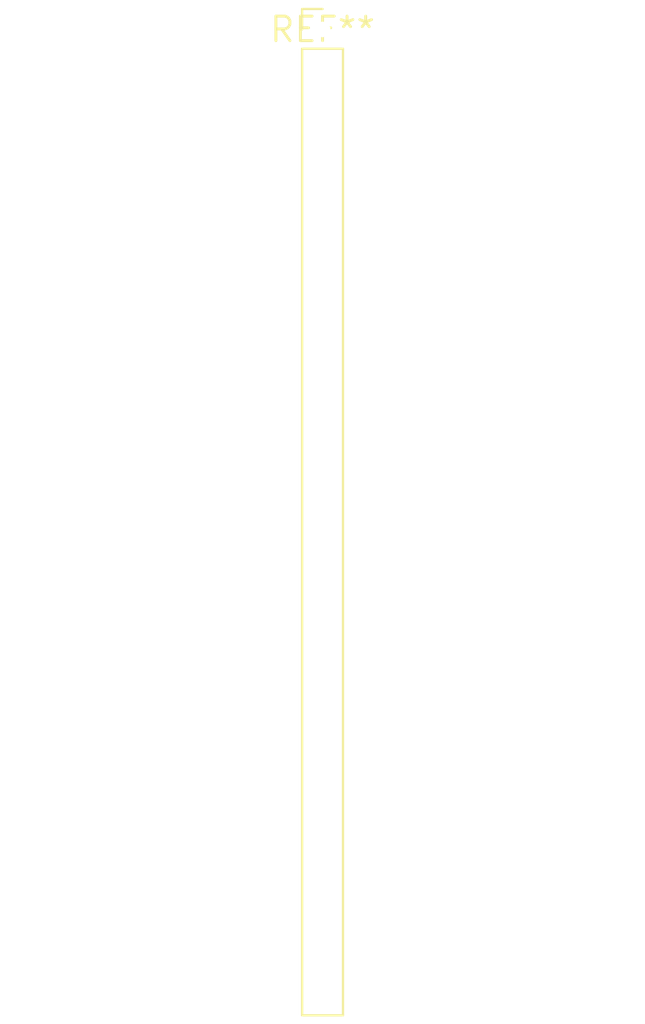
<source format=kicad_pcb>
(kicad_pcb (version 20240108) (generator pcbnew)
  (layers (0 "F.Cu" signal) (31 "B.Cu" signal) (34 "B.Paste" user) (35 "F.Paste" user) (36 "B.SilkS" user "B.Silkscreen") (37 "F.SilkS" user "F.Silkscreen") (38 "B.Mask" user) (39 "F.Mask" user) (44 "Edge.Cuts" user))
  (net 0 "")
  (footprint "PinHeader_1x26_P2.00mm_Vertical" (layer "F.Cu") (at 0 0)
    (property "Reference" "REF**")
    (property "Value" "PinHeader_1x26_P2.00mm_Vertical")
    (fp_line (start -1.06 -1.06) (end 0 -1.06) (layer "F.SilkS") (stroke (width 0.12)))
    (fp_line (start -1.06 0) (end -1.06 -1.06) (layer "F.SilkS") (stroke (width 0.12)))
    (fp_line (start -1.06 1) (end -1.06 51.06) (layer "F.SilkS") (stroke (width 0.12)))
    (fp_line (start -1.06 1) (end 1.06 1) (layer "F.SilkS") (stroke (width 0.12)))
    (fp_line (start -1.06 51.06) (end 1.06 51.06) (layer "F.SilkS") (stroke (width 0.12)))
    (fp_line (start 1.06 1) (end 1.06 51.06) (layer "F.SilkS") (stroke (width 0.12)))
    (pad "1" thru_hole rect (at 0 0) (size 1.35 1.35) (drill 0.8) (layers *.Cu *.Mask) (remove_unused_layers))
    (pad "2" thru_hole oval (at 0 2) (size 1.35 1.35) (drill 0.8) (layers *.Cu *.Mask) (remove_unused_layers))
    (pad "3" thru_hole oval (at 0 4) (size 1.35 1.35) (drill 0.8) (layers *.Cu *.Mask) (remove_unused_layers))
    (pad "4" thru_hole oval (at 0 6) (size 1.35 1.35) (drill 0.8) (layers *.Cu *.Mask) (remove_unused_layers))
    (pad "5" thru_hole oval (at 0 8) (size 1.35 1.35) (drill 0.8) (layers *.Cu *.Mask) (remove_unused_layers))
    (pad "6" thru_hole oval (at 0 10) (size 1.35 1.35) (drill 0.8) (layers *.Cu *.Mask) (remove_unused_layers))
    (pad "7" thru_hole oval (at 0 12) (size 1.35 1.35) (drill 0.8) (layers *.Cu *.Mask) (remove_unused_layers))
    (pad "8" thru_hole oval (at 0 14) (size 1.35 1.35) (drill 0.8) (layers *.Cu *.Mask) (remove_unused_layers))
    (pad "9" thru_hole oval (at 0 16) (size 1.35 1.35) (drill 0.8) (layers *.Cu *.Mask) (remove_unused_layers))
    (pad "10" thru_hole oval (at 0 18) (size 1.35 1.35) (drill 0.8) (layers *.Cu *.Mask) (remove_unused_layers))
    (pad "11" thru_hole oval (at 0 20) (size 1.35 1.35) (drill 0.8) (layers *.Cu *.Mask) (remove_unused_layers))
    (pad "12" thru_hole oval (at 0 22) (size 1.35 1.35) (drill 0.8) (layers *.Cu *.Mask) (remove_unused_layers))
    (pad "13" thru_hole oval (at 0 24) (size 1.35 1.35) (drill 0.8) (layers *.Cu *.Mask) (remove_unused_layers))
    (pad "14" thru_hole oval (at 0 26) (size 1.35 1.35) (drill 0.8) (layers *.Cu *.Mask) (remove_unused_layers))
    (pad "15" thru_hole oval (at 0 28) (size 1.35 1.35) (drill 0.8) (layers *.Cu *.Mask) (remove_unused_layers))
    (pad "16" thru_hole oval (at 0 30) (size 1.35 1.35) (drill 0.8) (layers *.Cu *.Mask) (remove_unused_layers))
    (pad "17" thru_hole oval (at 0 32) (size 1.35 1.35) (drill 0.8) (layers *.Cu *.Mask) (remove_unused_layers))
    (pad "18" thru_hole oval (at 0 34) (size 1.35 1.35) (drill 0.8) (layers *.Cu *.Mask) (remove_unused_layers))
    (pad "19" thru_hole oval (at 0 36) (size 1.35 1.35) (drill 0.8) (layers *.Cu *.Mask) (remove_unused_layers))
    (pad "20" thru_hole oval (at 0 38) (size 1.35 1.35) (drill 0.8) (layers *.Cu *.Mask) (remove_unused_layers))
    (pad "21" thru_hole oval (at 0 40) (size 1.35 1.35) (drill 0.8) (layers *.Cu *.Mask) (remove_unused_layers))
    (pad "22" thru_hole oval (at 0 42) (size 1.35 1.35) (drill 0.8) (layers *.Cu *.Mask) (remove_unused_layers))
    (pad "23" thru_hole oval (at 0 44) (size 1.35 1.35) (drill 0.8) (layers *.Cu *.Mask) (remove_unused_layers))
    (pad "24" thru_hole oval (at 0 46) (size 1.35 1.35) (drill 0.8) (layers *.Cu *.Mask) (remove_unused_layers))
    (pad "25" thru_hole oval (at 0 48) (size 1.35 1.35) (drill 0.8) (layers *.Cu *.Mask) (remove_unused_layers))
    (pad "26" thru_hole oval (at 0 50) (size 1.35 1.35) (drill 0.8) (layers *.Cu *.Mask) (remove_unused_layers))
  )
)
</source>
